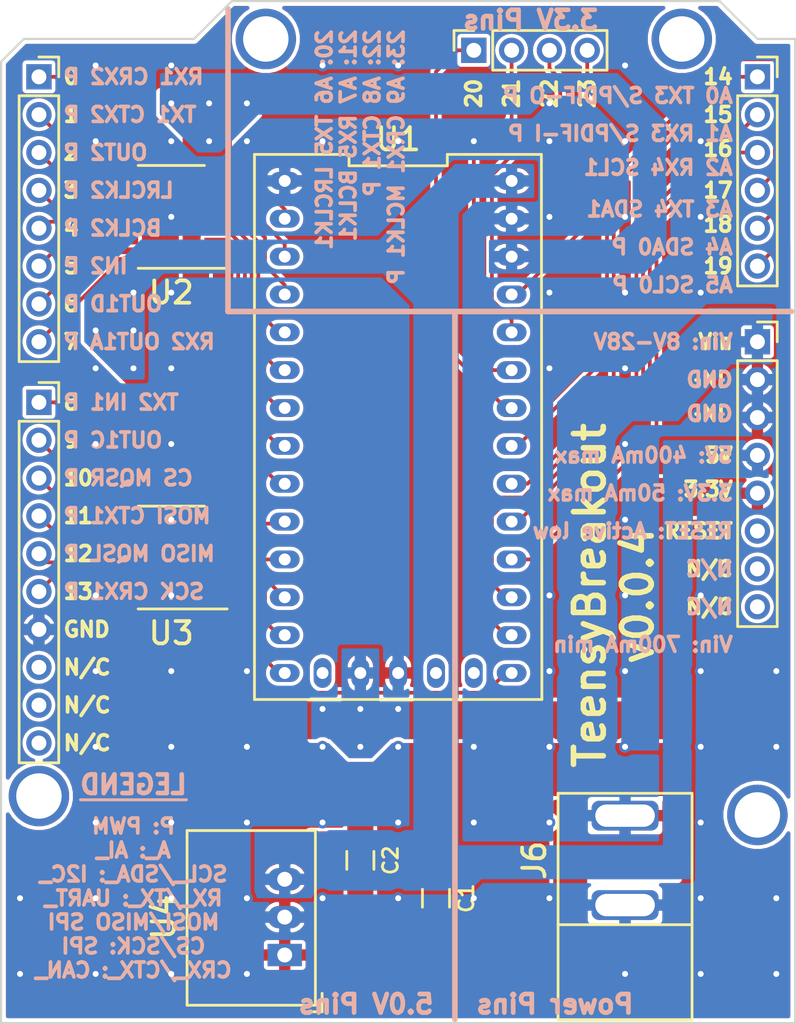
<source format=kicad_pcb>
(kicad_pcb (version 20171130) (host pcbnew "(5.1.2)-2")
  (layers (0 F.Cu signal) (31 B.Cu signal) (34 B.Paste user hide) (35 F.Paste user hide) (36 B.SilkS user) (37 F.SilkS user) (38 B.Mask user hide) (39 F.Mask user hide) (44 Edge.Cuts user))
  (net 0 "")
  (net 1 /5V)
  (net 2 /7-5.0)
  (net 3 /6-5.0)
  (net 4 /5-5.0)
  (net 5 /4-5.0)
  (net 6 /3-5.0)
  (net 7 /2-5.0)
  (net 8 /1-5.0)
  (net 9 /0-5.0)
  (net 10 /3.3V)
  (net 11 /GND)
  (net 12 /8-5.0)
  (net 13 /9-5.0)
  (net 14 /10-5.0)
  (net 15 /11-5.0)
  (net 16 /12-5.0)
  (net 17 /13-5.0)
  (net 18 /11-3.3)
  (net 19 /12-3.3)
  (net 20 /10-3.3)
  (net 21 /13-3.3)
  (net 22 /9-3.3)
  (net 23 /14-3.3)
  (net 24 /8-3.3)
  (net 25 /15-3.3)
  (net 26 /7-3.3)
  (net 27 /6-3.3)
  (net 28 /5-3.3)
  (net 29 /16-3.3)
  (net 30 /4-3.3)
  (net 31 /17-3.3)
  (net 32 /3-3.3)
  (net 33 /18-3.3)
  (net 34 /2-3.3)
  (net 35 /19-3.3)
  (net 36 /1-3.3)
  (net 37 /20-3.3)
  (net 38 /0-3.3)
  (net 39 /21-3.3)
  (net 40 /23-3.3)
  (net 41 /22-3.3)
  (net 42 /Vin)
  (module footprints:Hole (layer F.Cu) (at 229.87 121.412)
    (fp_text reference H4)
    (fp_text value MountingHole)
    (pad "" np_thru_hole circle (at 0 0) (size 4.064 4.064) (drill 3.048) (layers *.Cu *.Mask))
  )
  (module footprints:Hole (layer F.Cu) (at 181.61 120.142)
    (fp_text reference H3)
    (fp_text value MountingHole)
    (pad "" np_thru_hole circle (at 0 0) (size 4.064 4.064) (drill 3.048) (layers *.Cu *.Mask))
  )
  (module footprints:Hole (layer F.Cu) (at 224.79 69.342)
    (fp_text reference H2)
    (fp_text value MountingHole)
    (pad "" np_thru_hole circle (at 0 0) (size 4.064 4.064) (drill 3.048) (layers *.Cu *.Mask))
  )
  (module footprints:Hole (layer F.Cu) (at 196.85 69.342)
    (fp_text reference H1)
    (fp_text value MountingHole)
    (pad "" np_thru_hole circle (at 0 0) (size 4.064 4.064) (drill 3.048) (layers *.Cu *.Mask))
  )
  (module footprints:J3 (layer F.Cu) (at 210.82 70.104 90)
    (fp_text reference J3)
    (fp_text value "AI 6-9/DIO 20-23")
    (fp_text user 23 (at -1.778 7.62 90) (layer F.SilkS) (effects (font (thickness 0.25)) (justify right)))
    (fp_text user 22 (at -1.778 5.08 90) (layer F.SilkS) (effects (font (thickness 0.25)) (justify right)))
    (fp_text user 21 (at -1.778 2.54 90) (layer F.SilkS) (effects (font (thickness 0.25)) (justify right)))
    (fp_text user 20 (at -1.778 0 90) (layer F.SilkS) (effects (font (thickness 0.25)) (justify right)))
    (pad 4 thru_hole oval (at 0 7.62 90) (size 1.7 1.7) (drill 1) (layers *.Cu *.Mask) (net 40 /23-3.3))
    (pad 3 thru_hole oval (at 0 5.08 90) (size 1.7 1.7) (drill 1) (layers *.Cu *.Mask) (net 41 /22-3.3))
    (pad 2 thru_hole oval (at 0 2.54 90) (size 1.7 1.7) (drill 1) (layers *.Cu *.Mask) (net 39 /21-3.3))
    (pad 1 thru_hole rect (at 0 0 90) (size 1.7 1.7) (drill 1) (layers *.Cu *.Mask) (net 37 /20-3.3))
  )
  (module footprints:C_1206_3216Metric_Pad1.42x1.75mm_HandSolder (layer F.Cu) (at 208.28 127 270)
    (fp_text reference C1 (at 0 -2.032 90) (layer F.SilkS) (effects (font (thickness 0.1875))))
    (fp_text value 10uF)
    (pad 2 smd roundrect (at 1.65 0 90) (size 1.75 1.75) (layers F.Cu F.Paste F.Mask) (roundrect_rratio 0.175) (net 42 /Vin))
    (pad 1 smd roundrect (at -1.65 0 270) (size 1.75 1.75) (layers F.Cu F.Paste F.Mask) (roundrect_rratio 0.175) (net 11 /GND))
  )
  (module footprints:C_1206_3216Metric_Pad1.42x1.75mm_HandSolder (layer F.Cu) (at 203.2 124.46 270)
    (fp_text reference C2 (at 0 -2.032 90) (layer F.SilkS) (effects (font (thickness 0.1875))))
    (fp_text value 10uF)
    (pad 2 smd roundrect (at 1.65 0 90) (size 1.75 1.75) (layers F.Cu F.Paste F.Mask) (roundrect_rratio 0.175) (net 11 /GND))
    (pad 1 smd roundrect (at -1.65 0 270) (size 1.75 1.75) (layers F.Cu F.Paste F.Mask) (roundrect_rratio 0.175) (net 1 /5V))
  )
  (module footprints:J4 (layer F.Cu) (at 229.87 71.882)
    (fp_text reference J4)
    (fp_text value "AI 0-5/DIO 14-19")
    (fp_text user 15 (at -1.524 2.54) (layer F.SilkS) (effects (font (thickness 0.25)) (justify right)))
    (fp_text user "A1 RX3 S/PDIF-I P" (at -1.524 3.81) (layer B.SilkS) (effects (font (thickness 0.25)) (justify left mirror)))
    (fp_text user 17 (at -1.524 7.62) (layer F.SilkS) (effects (font (thickness 0.25)) (justify right)))
    (fp_text user "A0 TX3 S/PDIF-O P" (at -1.524 1.27) (layer B.SilkS) (effects (font (thickness 0.25)) (justify left mirror)))
    (fp_text user "A4 SDA0 P" (at -1.524 11.43) (layer B.SilkS) (effects (font (thickness 0.25)) (justify left mirror)))
    (fp_text user 18 (at -1.524 9.906) (layer F.SilkS) (effects (font (thickness 0.25)) (justify right)))
    (fp_text user 16 (at -1.524 4.826) (layer F.SilkS) (effects (font (thickness 0.25)) (justify right)))
    (fp_text user 14 (at -1.524 0) (layer F.SilkS) (effects (font (thickness 0.25)) (justify right)))
    (fp_text user "A5 SCL0 P" (at -1.524 13.97) (layer B.SilkS) (effects (font (thickness 0.25)) (justify left mirror)))
    (fp_text user 19 (at -1.524 12.7) (layer F.SilkS) (effects (font (thickness 0.25)) (justify right)))
    (fp_text user "A3 TX4 SDA1" (at -1.524 8.89) (layer B.SilkS) (effects (font (thickness 0.25)) (justify left mirror)))
    (fp_text user "A2 RX4 SCL1" (at -1.524 6.096) (layer B.SilkS) (effects (font (thickness 0.25)) (justify left mirror)))
    (pad 6 thru_hole oval (at 0 12.7) (size 1.7 1.7) (drill 1) (layers *.Cu *.Mask) (net 35 /19-3.3))
    (pad 5 thru_hole oval (at 0 10.16) (size 1.7 1.7) (drill 1) (layers *.Cu *.Mask) (net 33 /18-3.3))
    (pad 4 thru_hole oval (at 0 7.62) (size 1.7 1.7) (drill 1) (layers *.Cu *.Mask) (net 31 /17-3.3))
    (pad 3 thru_hole oval (at 0 5.08) (size 1.7 1.7) (drill 1) (layers *.Cu *.Mask) (net 29 /16-3.3))
    (pad 2 thru_hole oval (at 0 2.54) (size 1.7 1.7) (drill 1) (layers *.Cu *.Mask) (net 25 /15-3.3))
    (pad 1 thru_hole rect (at 0 0) (size 1.7 1.7) (drill 1) (layers *.Cu *.Mask) (net 23 /14-3.3))
  )
  (module footprints:J2 (layer F.Cu) (at 181.61 93.726)
    (fp_text reference J2)
    (fp_text value "DIO 8-13, GND, NC x 3")
    (fp_text user N/C (at 1.524 22.86) (layer F.SilkS) (effects (font (thickness 0.25)) (justify left)))
    (fp_text user N/C (at 1.524 20.32) (layer F.SilkS) (effects (font (thickness 0.25)) (justify left)))
    (fp_text user 12 (at 1.524 10.16) (layer F.SilkS) (effects (font (thickness 0.25)) (justify left)))
    (fp_text user "MOSI CTX1 P" (at 1.524 7.62) (layer B.SilkS) (effects (font (thickness 0.25)) (justify right mirror)))
    (fp_text user "MISO MQSL P" (at 1.524 10.16) (layer B.SilkS) (effects (font (thickness 0.25)) (justify right mirror)))
    (fp_text user "SCK CRX1 P" (at 1.524 12.7) (layer B.SilkS) (effects (font (thickness 0.25)) (justify right mirror)))
    (fp_text user "OUT1C P" (at 1.524 2.54) (layer B.SilkS) (effects (font (thickness 0.25)) (justify right mirror)))
    (fp_text user GND (at 1.524 15.24) (layer F.SilkS) (effects (font (thickness 0.25)) (justify left)))
    (fp_text user N/C (at 1.524 17.78) (layer F.SilkS) (effects (font (thickness 0.25)) (justify left)))
    (fp_text user "CS MQSR P" (at 1.524 5.08) (layer B.SilkS) (effects (font (thickness 0.25)) (justify right mirror)))
    (fp_text user 8 (at 1.524 0) (layer F.SilkS) (effects (font (thickness 0.25)) (justify left)))
    (fp_text user 11 (at 1.524 7.62) (layer F.SilkS) (effects (font (thickness 0.25)) (justify left)))
    (fp_text user 13 (at 1.524 12.7) (layer F.SilkS) (effects (font (thickness 0.25)) (justify left)))
    (fp_text user 10 (at 1.524 5.08) (layer F.SilkS) (effects (font (thickness 0.25)) (justify left)))
    (fp_text user "TX2 IN1 P" (at 1.524 0) (layer B.SilkS) (effects (font (thickness 0.25)) (justify right mirror)))
    (fp_text user 9 (at 1.524 2.54) (layer F.SilkS) (effects (font (thickness 0.25)) (justify left)))
    (pad 10 thru_hole oval (at 0 22.86) (size 1.7 1.7) (drill 1) (layers *.Cu *.Mask))
    (pad 9 thru_hole oval (at 0 20.32) (size 1.7 1.7) (drill 1) (layers *.Cu *.Mask))
    (pad 8 thru_hole oval (at 0 17.78) (size 1.7 1.7) (drill 1) (layers *.Cu *.Mask))
    (pad 7 thru_hole oval (at 0 15.24) (size 1.7 1.7) (drill 1) (layers *.Cu *.Mask) (net 11 /GND))
    (pad 6 thru_hole oval (at 0 12.7) (size 1.7 1.7) (drill 1) (layers *.Cu *.Mask) (net 17 /13-5.0))
    (pad 5 thru_hole oval (at 0 10.16) (size 1.7 1.7) (drill 1) (layers *.Cu *.Mask) (net 16 /12-5.0))
    (pad 4 thru_hole oval (at 0 7.62) (size 1.7 1.7) (drill 1) (layers *.Cu *.Mask) (net 15 /11-5.0))
    (pad 3 thru_hole oval (at 0 5.08) (size 1.7 1.7) (drill 1) (layers *.Cu *.Mask) (net 14 /10-5.0))
    (pad 2 thru_hole oval (at 0 2.54) (size 1.7 1.7) (drill 1) (layers *.Cu *.Mask) (net 13 /9-5.0))
    (pad 1 thru_hole rect (at 0 0) (size 1.7 1.7) (drill 1) (layers *.Cu *.Mask) (net 12 /8-5.0))
  )
  (module footprints:J5 (layer F.Cu) (at 229.87 89.662)
    (fp_text reference J5)
    (fp_text value PWR)
    (fp_text user "Vin: 700mA min" (at -1.524 20.32) (layer B.SilkS) (effects (font (thickness 0.25)) (justify left mirror)))
    (fp_text user N/C (at -1.524 17.78) (layer B.SilkS) (effects (font (thickness 0.25)) (justify left mirror)))
    (fp_text user N/C (at -1.524 15.24) (layer B.SilkS) (effects (font (thickness 0.25)) (justify left mirror)))
    (fp_text user GND (at -1.524 2.54) (layer B.SilkS) (effects (font (thickness 0.25)) (justify left mirror)))
    (fp_text user GND (at -1.524 4.826) (layer B.SilkS) (effects (font (thickness 0.25)) (justify left mirror)))
    (fp_text user "RESET: Active low" (at -1.524 12.7) (layer B.SilkS) (effects (font (thickness 0.25)) (justify left mirror)))
    (fp_text user "3.3V: 50mA max" (at -1.524 10.16) (layer B.SilkS) (effects (font (thickness 0.25)) (justify left mirror)))
    (fp_text user "5V: 400mA max" (at -1.524 7.62) (layer B.SilkS) (effects (font (thickness 0.25)) (justify left mirror)))
    (fp_text user 3.3V (at -1.524 9.906) (layer F.SilkS) (effects (font (thickness 0.25)) (justify right)))
    (fp_text user N/C (at -1.524 17.78) (layer F.SilkS) (effects (font (thickness 0.25)) (justify right)))
    (fp_text user N/C (at -1.524 15.24) (layer F.SilkS) (effects (font (thickness 0.25)) (justify right)))
    (fp_text user RESET (at -1.524 12.7) (layer F.SilkS) (effects (font (thickness 0.25)) (justify right)))
    (fp_text user GND (at -1.524 4.826) (layer F.SilkS) (effects (font (thickness 0.25)) (justify right)))
    (fp_text user 5V (at -1.524 7.62) (layer F.SilkS) (effects (font (thickness 0.25)) (justify right)))
    (fp_text user Vin (at -1.524 0) (layer F.SilkS) (effects (font (thickness 0.25)) (justify right)))
    (fp_text user GND (at -1.524 2.54) (layer F.SilkS) (effects (font (thickness 0.25)) (justify right)))
    (fp_text user "Vin: 8V-28V" (at -1.524 0) (layer B.SilkS) (effects (font (thickness 0.25)) (justify left mirror)))
    (pad 8 thru_hole oval (at 0 17.78) (size 1.7 1.7) (drill 1) (layers *.Cu *.Mask))
    (pad 7 thru_hole oval (at 0 15.24) (size 1.7 1.7) (drill 1) (layers *.Cu *.Mask))
    (pad 6 thru_hole oval (at 0 12.7) (size 1.7 1.7) (drill 1) (layers *.Cu *.Mask))
    (pad 5 thru_hole oval (at 0 10.16) (size 1.7 1.7) (drill 1) (layers *.Cu *.Mask) (net 10 /3.3V))
    (pad 4 thru_hole oval (at 0 7.62) (size 1.7 1.7) (drill 1) (layers *.Cu *.Mask) (net 1 /5V))
    (pad 3 thru_hole oval (at 0 5.08) (size 1.7 1.7) (drill 1) (layers *.Cu *.Mask) (net 11 /GND))
    (pad 2 thru_hole oval (at 0 2.54) (size 1.7 1.7) (drill 1) (layers *.Cu *.Mask) (net 11 /GND))
    (pad 1 thru_hole rect (at 0 0) (size 1.7 1.7) (drill 1) (layers *.Cu *.Mask) (net 42 /Vin))
  )
  (module footprints:J1 (layer F.Cu) (at 181.61 71.882)
    (fp_text reference J1)
    (fp_text value "DIO 0-7")
    (fp_text user "RX2 OUT1A P" (at 1.524 17.78) (layer B.SilkS) (effects (font (thickness 0.25)) (justify right mirror)))
    (fp_text user "OUT1D P" (at 1.524 15.24) (layer B.SilkS) (effects (font (thickness 0.25)) (justify right mirror)))
    (fp_text user "IN2 P" (at 1.524 12.7) (layer B.SilkS) (effects (font (thickness 0.25)) (justify right mirror)))
    (fp_text user "BCLK2 P" (at 1.524 10.16) (layer B.SilkS) (effects (font (thickness 0.25)) (justify right mirror)))
    (fp_text user "LRCLK2 P" (at 1.524 7.62) (layer B.SilkS) (effects (font (thickness 0.25)) (justify right mirror)))
    (fp_text user "OUT2 P" (at 1.524 5.08) (layer B.SilkS) (effects (font (thickness 0.25)) (justify right mirror)))
    (fp_text user 4 (at 1.524 10.16) (layer F.SilkS) (effects (font (thickness 0.25)) (justify left)))
    (fp_text user 7 (at 1.524 17.78) (layer F.SilkS) (effects (font (thickness 0.25)) (justify left)))
    (fp_text user 6 (at 1.524 15.24) (layer F.SilkS) (effects (font (thickness 0.25)) (justify left)))
    (fp_text user 5 (at 1.524 12.7) (layer F.SilkS) (effects (font (thickness 0.25)) (justify left)))
    (fp_text user 2 (at 1.524 5.08) (layer F.SilkS) (effects (font (thickness 0.25)) (justify left)))
    (fp_text user 3 (at 1.524 7.62) (layer F.SilkS) (effects (font (thickness 0.25)) (justify left)))
    (fp_text user 0 (at 1.524 0) (layer F.SilkS) (effects (font (thickness 0.25)) (justify left)))
    (fp_text user 1 (at 1.524 2.54) (layer F.SilkS) (effects (font (thickness 0.25)) (justify left)))
    (fp_text user "TX1 CTX2 P" (at 1.524 2.54) (layer B.SilkS) (effects (font (thickness 0.25)) (justify right mirror)))
    (fp_text user "RX1 CRX2 P" (at 1.524 0) (layer B.SilkS) (effects (font (thickness 0.25)) (justify right mirror)))
    (pad 8 thru_hole oval (at 0 17.78) (size 1.7 1.7) (drill 1) (layers *.Cu *.Mask) (net 2 /7-5.0))
    (pad 7 thru_hole oval (at 0 15.24) (size 1.7 1.7) (drill 1) (layers *.Cu *.Mask) (net 3 /6-5.0))
    (pad 6 thru_hole oval (at 0 12.7) (size 1.7 1.7) (drill 1) (layers *.Cu *.Mask) (net 4 /5-5.0))
    (pad 5 thru_hole oval (at 0 10.16) (size 1.7 1.7) (drill 1) (layers *.Cu *.Mask) (net 5 /4-5.0))
    (pad 4 thru_hole oval (at 0 7.62) (size 1.7 1.7) (drill 1) (layers *.Cu *.Mask) (net 6 /3-5.0))
    (pad 3 thru_hole oval (at 0 5.08) (size 1.7 1.7) (drill 1) (layers *.Cu *.Mask) (net 7 /2-5.0))
    (pad 2 thru_hole oval (at 0 2.54) (size 1.7 1.7) (drill 1) (layers *.Cu *.Mask) (net 8 /1-5.0))
    (pad 1 thru_hole rect (at 0 0) (size 1.7 1.7) (drill 1) (layers *.Cu *.Mask) (net 9 /0-5.0))
  )
  (module footprints:Converter_DCDC_RECOM_R-78E-1.0_THT (layer F.Cu) (at 198.12 130.81 90)
    (fp_text reference U4 (at 2.54 -8.128 90) (layer F.SilkS) (effects (font (size 1.5 1.5) (thickness 0.25))))
    (fp_text value R-78E5.0-1.0)
    (pad 3 thru_hole oval (at 5.08 0 90) (size 1.5 2.3) (drill 1) (layers *.Cu *.Mask) (net 1 /5V))
    (pad 2 thru_hole oval (at 2.54 0 90) (size 1.5 2.3) (drill 1) (layers *.Cu *.Mask) (net 11 /GND))
    (pad 1 thru_hole rect (at 0 0 90) (size 1.5 2.3) (drill 1) (layers *.Cu *.Mask) (net 42 /Vin))
  )
  (module footprints:TSSOP-20_4.4x6.5mm_P0.65mm (layer F.Cu) (at 190.5 104.14 180)
    (fp_text reference U3 (at 0 -5.08) (layer F.SilkS) (effects (font (size 1.5 1.5) (thickness 0.25))))
    (fp_text value TXB0108PWR)
    (pad 20 smd rect (at 2.95 -2.925 180) (size 1.45 0.45) (layers F.Cu F.Paste F.Mask))
    (pad 19 smd rect (at 2.95 -2.275 180) (size 1.45 0.45) (layers F.Cu F.Paste F.Mask) (net 1 /5V))
    (pad 18 smd rect (at 2.95 -1.625 180) (size 1.45 0.45) (layers F.Cu F.Paste F.Mask))
    (pad 17 smd rect (at 2.95 -0.975 180) (size 1.45 0.45) (layers F.Cu F.Paste F.Mask) (net 17 /13-5.0))
    (pad 16 smd rect (at 2.95 -0.325 180) (size 1.45 0.45) (layers F.Cu F.Paste F.Mask) (net 16 /12-5.0))
    (pad 15 smd rect (at 2.95 0.325 180) (size 1.45 0.45) (layers F.Cu F.Paste F.Mask) (net 15 /11-5.0))
    (pad 14 smd rect (at 2.95 0.975 180) (size 1.45 0.45) (layers F.Cu F.Paste F.Mask) (net 14 /10-5.0))
    (pad 13 smd rect (at 2.95 1.625 180) (size 1.45 0.45) (layers F.Cu F.Paste F.Mask) (net 13 /9-5.0))
    (pad 12 smd rect (at 2.95 2.275 180) (size 1.45 0.45) (layers F.Cu F.Paste F.Mask) (net 12 /8-5.0))
    (pad 11 smd rect (at 2.95 2.925 180) (size 1.45 0.45) (layers F.Cu F.Paste F.Mask) (net 11 /GND))
    (pad 10 smd rect (at -2.95 2.925 180) (size 1.45 0.45) (layers F.Cu F.Paste F.Mask) (net 10 /3.3V))
    (pad 9 smd rect (at -2.95 2.275 180) (size 1.45 0.45) (layers F.Cu F.Paste F.Mask) (net 24 /8-3.3))
    (pad 8 smd rect (at -2.95 1.625 180) (size 1.45 0.45) (layers F.Cu F.Paste F.Mask) (net 22 /9-3.3))
    (pad 7 smd rect (at -2.95 0.975 180) (size 1.45 0.45) (layers F.Cu F.Paste F.Mask) (net 20 /10-3.3))
    (pad 6 smd rect (at -2.95 0.325 180) (size 1.45 0.45) (layers F.Cu F.Paste F.Mask) (net 18 /11-3.3))
    (pad 5 smd rect (at -2.95 -0.325 180) (size 1.45 0.45) (layers F.Cu F.Paste F.Mask) (net 19 /12-3.3))
    (pad 4 smd rect (at -2.95 -0.975 180) (size 1.45 0.45) (layers F.Cu F.Paste F.Mask) (net 21 /13-3.3))
    (pad 3 smd rect (at -2.95 -1.625 180) (size 1.45 0.45) (layers F.Cu F.Paste F.Mask))
    (pad 2 smd rect (at -2.95 -2.275 180) (size 1.45 0.45) (layers F.Cu F.Paste F.Mask) (net 10 /3.3V))
    (pad 1 smd rect (at -2.95 -2.925 180) (size 1.45 0.45) (layers F.Cu F.Paste F.Mask))
  )
  (module footprints:TSSOP-20_4.4x6.5mm_P0.65mm (layer F.Cu) (at 190.5 81.28 180)
    (fp_text reference U2 (at 0 -5.08) (layer F.SilkS) (effects (font (size 1.5 1.5) (thickness 0.25))))
    (fp_text value TXB0108PWR)
    (pad 20 smd rect (at 2.95 -2.925 180) (size 1.45 0.45) (layers F.Cu F.Paste F.Mask) (net 2 /7-5.0))
    (pad 19 smd rect (at 2.95 -2.275 180) (size 1.45 0.45) (layers F.Cu F.Paste F.Mask) (net 1 /5V))
    (pad 18 smd rect (at 2.95 -1.625 180) (size 1.45 0.45) (layers F.Cu F.Paste F.Mask) (net 3 /6-5.0))
    (pad 17 smd rect (at 2.95 -0.975 180) (size 1.45 0.45) (layers F.Cu F.Paste F.Mask) (net 4 /5-5.0))
    (pad 16 smd rect (at 2.95 -0.325 180) (size 1.45 0.45) (layers F.Cu F.Paste F.Mask) (net 5 /4-5.0))
    (pad 15 smd rect (at 2.95 0.325 180) (size 1.45 0.45) (layers F.Cu F.Paste F.Mask) (net 6 /3-5.0))
    (pad 14 smd rect (at 2.95 0.975 180) (size 1.45 0.45) (layers F.Cu F.Paste F.Mask) (net 7 /2-5.0))
    (pad 13 smd rect (at 2.95 1.625 180) (size 1.45 0.45) (layers F.Cu F.Paste F.Mask) (net 8 /1-5.0))
    (pad 12 smd rect (at 2.95 2.275 180) (size 1.45 0.45) (layers F.Cu F.Paste F.Mask) (net 9 /0-5.0))
    (pad 11 smd rect (at 2.95 2.925 180) (size 1.45 0.45) (layers F.Cu F.Paste F.Mask) (net 11 /GND))
    (pad 10 smd rect (at -2.95 2.925 180) (size 1.45 0.45) (layers F.Cu F.Paste F.Mask) (net 10 /3.3V))
    (pad 9 smd rect (at -2.95 2.275 180) (size 1.45 0.45) (layers F.Cu F.Paste F.Mask) (net 38 /0-3.3))
    (pad 8 smd rect (at -2.95 1.625 180) (size 1.45 0.45) (layers F.Cu F.Paste F.Mask) (net 36 /1-3.3))
    (pad 7 smd rect (at -2.95 0.975 180) (size 1.45 0.45) (layers F.Cu F.Paste F.Mask) (net 34 /2-3.3))
    (pad 6 smd rect (at -2.95 0.325 180) (size 1.45 0.45) (layers F.Cu F.Paste F.Mask) (net 32 /3-3.3))
    (pad 5 smd rect (at -2.95 -0.325 180) (size 1.45 0.45) (layers F.Cu F.Paste F.Mask) (net 30 /4-3.3))
    (pad 4 smd rect (at -2.95 -0.975 180) (size 1.45 0.45) (layers F.Cu F.Paste F.Mask) (net 28 /5-3.3))
    (pad 3 smd rect (at -2.95 -1.625 180) (size 1.45 0.45) (layers F.Cu F.Paste F.Mask) (net 27 /6-3.3))
    (pad 2 smd rect (at -2.95 -2.275 180) (size 1.45 0.45) (layers F.Cu F.Paste F.Mask) (net 10 /3.3V))
    (pad 1 smd rect (at -2.95 -2.925 180) (size 1.45 0.45) (layers F.Cu F.Paste F.Mask) (net 26 /7-3.3))
  )
  (module footprints:PJ-037A (layer F.Cu) (at 220.98 124.46 90)
    (fp_text reference J6 (at 0 -6.096 90) (layer F.SilkS) (effects (font (size 1.5 1.5) (thickness 0.25))))
    (fp_text value Barrel_Jack)
    (pad 1 thru_hole roundrect (at 3 0 90) (size 2 4.5) (drill oval 1.5 4) (layers *.Cu *.Mask) (net 42 /Vin))
    (pad 2 thru_hole roundrect (at -3 0 90) (size 2 4.5) (drill oval 1.5 4) (layers *.Cu *.Mask) (net 11 /GND))
  )
  (module footprints:Teensy4.0 (layer F.Cu) (at 205.74 94.107 270)
    (fp_text reference U1 (at -18.034 0) (layer F.SilkS) (effects (font (size 1.5 1.5) (thickness 0.25))))
    (fp_text value Teensy4.0)
    (pad 20 thru_hole oval (at 17.78 -7.62 270) (size 1.2 2) (drill 0.8) (layers *.Cu *.Mask) (net 21 /13-3.3))
    (pad 14 thru_hole oval (at 17.78 7.62 270) (size 1.2 2) (drill 0.8) (layers *.Cu *.Mask) (net 19 /12-3.3))
    (pad 19 thru_hole oval (at 17.78 -5.08) (size 1.2 2) (drill 0.8) (layers *.Cu *.Mask))
    (pad 18 thru_hole oval (at 17.78 -2.54) (size 1.2 2) (drill 0.8) (layers *.Cu *.Mask))
    (pad 17 thru_hole oval (at 17.78 0) (size 1.2 2) (drill 0.8) (layers *.Cu *.Mask) (net 11 /GND))
    (pad 16 thru_hole oval (at 17.78 2.54) (size 1.2 2) (drill 0.8) (layers *.Cu *.Mask) (net 10 /3.3V))
    (pad 15 thru_hole oval (at 17.78 5.08) (size 1.2 2) (drill 0.8) (layers *.Cu *.Mask))
    (pad 13 thru_hole oval (at 15.24 7.62 270) (size 1.2 2) (drill 0.8) (layers *.Cu *.Mask) (net 18 /11-3.3))
    (pad 21 thru_hole oval (at 15.24 -7.62 270) (size 1.2 2) (drill 0.8) (layers *.Cu *.Mask) (net 23 /14-3.3))
    (pad 12 thru_hole oval (at 12.7 7.62 270) (size 1.2 2) (drill 0.8) (layers *.Cu *.Mask) (net 20 /10-3.3))
    (pad 22 thru_hole oval (at 12.7 -7.62 270) (size 1.2 2) (drill 0.8) (layers *.Cu *.Mask) (net 25 /15-3.3))
    (pad 11 thru_hole oval (at 10.16 7.62 270) (size 1.2 2) (drill 0.8) (layers *.Cu *.Mask) (net 22 /9-3.3))
    (pad 23 thru_hole oval (at 10.16 -7.62 270) (size 1.2 2) (drill 0.8) (layers *.Cu *.Mask) (net 29 /16-3.3))
    (pad 10 thru_hole oval (at 7.62 7.62 270) (size 1.2 2) (drill 0.8) (layers *.Cu *.Mask) (net 24 /8-3.3))
    (pad 24 thru_hole oval (at 7.62 -7.62 270) (size 1.2 2) (drill 0.8) (layers *.Cu *.Mask) (net 31 /17-3.3))
    (pad 9 thru_hole oval (at 5.08 7.62 270) (size 1.2 2) (drill 0.8) (layers *.Cu *.Mask) (net 26 /7-3.3))
    (pad 25 thru_hole oval (at 5.08 -7.62 270) (size 1.2 2) (drill 0.8) (layers *.Cu *.Mask) (net 33 /18-3.3))
    (pad 8 thru_hole oval (at 2.54 7.62 270) (size 1.2 2) (drill 0.8) (layers *.Cu *.Mask) (net 27 /6-3.3))
    (pad 26 thru_hole oval (at 2.54 -7.62 270) (size 1.2 2) (drill 0.8) (layers *.Cu *.Mask) (net 35 /19-3.3))
    (pad 7 thru_hole oval (at 0 7.62 270) (size 1.2 2) (drill 0.8) (layers *.Cu *.Mask) (net 28 /5-3.3))
    (pad 27 thru_hole oval (at 0 -7.62 270) (size 1.2 2) (drill 0.8) (layers *.Cu *.Mask) (net 37 /20-3.3))
    (pad 6 thru_hole oval (at -2.54 7.62 270) (size 1.2 2) (drill 0.8) (layers *.Cu *.Mask) (net 30 /4-3.3))
    (pad 28 thru_hole oval (at -2.54 -7.62 270) (size 1.2 2) (drill 0.8) (layers *.Cu *.Mask) (net 39 /21-3.3))
    (pad 5 thru_hole oval (at -5.08 7.62 270) (size 1.2 2) (drill 0.8) (layers *.Cu *.Mask) (net 32 /3-3.3))
    (pad 29 thru_hole oval (at -5.08 -7.62 270) (size 1.2 2) (drill 0.8) (layers *.Cu *.Mask) (net 41 /22-3.3))
    (pad 4 thru_hole oval (at -7.62 7.62 270) (size 1.2 2) (drill 0.8) (layers *.Cu *.Mask) (net 34 /2-3.3))
    (pad 30 thru_hole oval (at -7.62 -7.62 270) (size 1.2 2) (drill 0.8) (layers *.Cu *.Mask) (net 40 /23-3.3))
    (pad 3 thru_hole oval (at -10.16 7.62 270) (size 1.2 2) (drill 0.8) (layers *.Cu *.Mask) (net 36 /1-3.3))
    (pad 31 thru_hole oval (at -10.16 -7.62 270) (size 1.2 2) (drill 0.8) (layers *.Cu *.Mask) (net 10 /3.3V))
    (pad 2 thru_hole oval (at -12.7 7.62 270) (size 1.2 2) (drill 0.8) (layers *.Cu *.Mask) (net 38 /0-3.3))
    (pad 32 thru_hole oval (at -12.7 -7.62 270) (size 1.2 2) (drill 0.8) (layers *.Cu *.Mask) (net 11 /GND))
    (pad 1 thru_hole oval (at -15.24 7.62 270) (size 1.2 2) (drill 0.8) (layers *.Cu *.Mask) (net 11 /GND))
    (pad 33 thru_hole oval (at -15.24 -7.62 270) (size 1.2 2) (drill 0.8) (layers *.Cu *.Mask) (net 1 /5V))
  )
  (gr_line (start 191.516 120.396) (end 184.404 120.396) (layer B.SilkS) (width 0.2))
  (gr_text LEGEND (at 187.96 119.38) (layer B.SilkS) (effects (font (size 1.25 1.25) (thickness 0.3125)) (justify mirror)))
  (gr_line (start 209.55 87.63) (end 194.31 87.63) (layer B.SilkS) (width 0.375))
  (gr_text "20: A6 TX5 LRCLK1\n21: A7 RX5 BCLK1\n22: A8 CTX1 P\n23: A9 CRX1 MCLK1 P" (at 203.2 68.58 90) (layer B.SilkS) (effects (font (size 1 1) (thickness 0.25)) (justify left mirror)))
  (gr_text "Power Pins" (at 210.82 134.112) (layer B.SilkS) (effects (font (size 1.25 1.25) (thickness 0.3125)) (justify right mirror)))
  (gr_line (start 209.55 87.63) (end 209.55 135.128) (layer B.SilkS) (width 0.375))
  (gr_text "5.0V Pins" (at 208.28 134.112) (layer B.SilkS) (effects (font (size 1.25 1.25) (thickness 0.3125)) (justify left mirror)))
  (gr_text "3.3V Pins" (at 214.63 68.072) (layer B.SilkS) (effects (font (size 1.25 1.25) (thickness 0.3125)) (justify mirror)))
  (gr_line (start 232.156 87.63) (end 209.55 87.63) (layer B.SilkS) (width 0.375))
  (gr_line (start 194.31 67.31) (end 194.31 87.63) (layer B.SilkS) (width 0.375))
  (gr_text "P: PWM\nA_: AI_\nSCL_/SDA_: I2C_\nRX_/TX_: UART_\nMOSI/MISO SPI\nCS/SCK: SPI\nCRX_/CTX_: CAN_\n" (at 187.96 127) (layer B.SilkS) (effects (font (size 1 1) (thickness 0.25)) (justify mirror)))
  (gr_text "TeensyBreakout\nv0.0.4" (at 220.218 106.68 90) (layer F.SilkS) (effects (font (size 2 2) (thickness 0.375))))
  (gr_line (start 180.594 69.342) (end 179.07 70.866) (angle 90) (layer Edge.Cuts) (width 0.15))
  (gr_line (start 229.87 69.342) (end 227.33 66.802) (angle 90) (layer Edge.Cuts) (width 0.15))
  (gr_line (start 194.564 66.802) (end 192.024 69.342) (angle 90) (layer Edge.Cuts) (width 0.15))
  (gr_line (start 179.07 70.866) (end 179.07 135.382) (angle 90) (layer Edge.Cuts) (width 0.15))
  (gr_line (start 179.07 135.382) (end 232.41 135.382) (angle 90) (layer Edge.Cuts) (width 0.15))
  (gr_line (start 192.024 69.342) (end 180.594 69.342) (angle 90) (layer Edge.Cuts) (width 0.15))
  (gr_line (start 227.33 66.802) (end 194.564 66.802) (angle 90) (layer Edge.Cuts) (width 0.15))
  (gr_line (start 232.41 135.382) (end 232.41 69.342) (angle 90) (layer Edge.Cuts) (width 0.15))
  (gr_line (start 232.41 69.342) (end 229.87 69.342) (angle 90) (layer Edge.Cuts) (width 0.15))
  (via (at 187.96 86.36) (size 0.8) (drill 0.4) (layers F.Cu B.Cu) (net 1))
  (via (at 187.96 88.9) (size 0.8) (drill 0.4) (layers F.Cu B.Cu) (net 1))
  (via (at 187.96 91.44) (size 0.8) (drill 0.4) (layers F.Cu B.Cu) (net 1))
  (via (at 185.42 88.9) (size 0.8) (drill 0.4) (layers F.Cu B.Cu) (net 1))
  (segment (start 188.359999 85.960001) (end 187.96 86.36) (width 0.375) (layer F.Cu) (net 1))
  (segment (start 188.662501 85.657499) (end 188.359999 85.960001) (width 0.375) (layer F.Cu) (net 1))
  (segment (start 188.662501 83.567501) (end 188.662501 85.657499) (width 0.375) (layer F.Cu) (net 1))
  (segment (start 188.65 83.555) (end 188.662501 83.567501) (width 0.375) (layer F.Cu) (net 1))
  (segment (start 187.55 83.555) (end 188.65 83.555) (width 0.375) (layer F.Cu) (net 1))
  (segment (start 188.359999 91.839999) (end 187.96 91.44) (width 0.375) (layer F.Cu) (net 1))
  (segment (start 188.662501 92.142501) (end 188.359999 91.839999) (width 0.375) (layer F.Cu) (net 1))
  (segment (start 188.662501 106.300001) (end 188.662501 92.142501) (width 0.375) (layer F.Cu) (net 1))
  (segment (start 188.547502 106.415) (end 188.662501 106.300001) (width 0.375) (layer F.Cu) (net 1))
  (segment (start 187.55 106.415) (end 188.547502 106.415) (width 0.375) (layer F.Cu) (net 1))
  (segment (start 188.662501 85.657499) (end 188.662501 92.142501) (width 0.375) (layer F.Cu) (net 1))
  (segment (start 198.12 124.605) (end 198.12 125.73) (width 0.625) (layer F.Cu) (net 1))
  (segment (start 202.225 122.81) (end 203.2 122.81) (width 0.625) (layer F.Cu) (net 1))
  (segment (start 202.202499 122.832501) (end 202.225 122.81) (width 0.625) (layer F.Cu) (net 1))
  (segment (start 199.892499 122.832501) (end 202.202499 122.832501) (width 0.625) (layer F.Cu) (net 1))
  (segment (start 198.12 124.605) (end 199.892499 122.832501) (width 0.625) (layer F.Cu) (net 1))
  (segment (start 181.61 89.645) (end 181.61 89.662) (width 0.25) (layer F.Cu) (net 2))
  (segment (start 187.05 84.205) (end 181.61 89.645) (width 0.25) (layer F.Cu) (net 2))
  (segment (start 187.55 84.205) (end 187.05 84.205) (width 0.25) (layer F.Cu) (net 2))
  (segment (start 185.827 82.905) (end 181.61 87.122) (width 0.25) (layer F.Cu) (net 3))
  (segment (start 187.55 82.905) (end 185.827 82.905) (width 0.25) (layer F.Cu) (net 3))
  (segment (start 183.937 82.255) (end 181.61 84.582) (width 0.25) (layer F.Cu) (net 4))
  (segment (start 187.55 82.255) (end 183.937 82.255) (width 0.25) (layer F.Cu) (net 4))
  (segment (start 182.047 81.605) (end 181.61 82.042) (width 0.25) (layer F.Cu) (net 5))
  (segment (start 187.55 81.605) (end 182.047 81.605) (width 0.25) (layer F.Cu) (net 5))
  (segment (start 183.063 80.955) (end 181.61 79.502) (width 0.25) (layer F.Cu) (net 6))
  (segment (start 187.55 80.955) (end 183.063 80.955) (width 0.25) (layer F.Cu) (net 6))
  (segment (start 184.953 80.305) (end 181.61 76.962) (width 0.25) (layer F.Cu) (net 7))
  (segment (start 187.55 80.305) (end 184.953 80.305) (width 0.25) (layer F.Cu) (net 7))
  (segment (start 182.459999 75.271999) (end 181.61 74.422) (width 0.25) (layer F.Cu) (net 8))
  (segment (start 182.459999 75.539999) (end 182.459999 75.271999) (width 0.25) (layer F.Cu) (net 8))
  (segment (start 186.575 79.655) (end 182.459999 75.539999) (width 0.25) (layer F.Cu) (net 8))
  (segment (start 187.55 79.655) (end 186.575 79.655) (width 0.25) (layer F.Cu) (net 8))
  (segment (start 182.71 71.882) (end 181.61 71.882) (width 0.25) (layer F.Cu) (net 9))
  (segment (start 182.910009 72.082009) (end 182.71 71.882) (width 0.25) (layer F.Cu) (net 9))
  (segment (start 182.910009 75.340009) (end 182.910009 72.082009) (width 0.25) (layer F.Cu) (net 9))
  (segment (start 186.575 79.005) (end 182.910009 75.340009) (width 0.25) (layer F.Cu) (net 9))
  (segment (start 187.55 79.005) (end 186.575 79.005) (width 0.25) (layer F.Cu) (net 9))
  (via (at 203.2 116.84) (size 0.8) (drill 0.4) (layers F.Cu B.Cu) (net 10))
  (via (at 203.2 114.3) (size 0.8) (drill 0.4) (layers F.Cu B.Cu) (net 10))
  (via (at 200.66 114.3) (size 0.8) (drill 0.4) (layers F.Cu B.Cu) (net 10))
  (via (at 205.74 114.3) (size 0.8) (drill 0.4) (layers F.Cu B.Cu) (net 10))
  (via (at 193.04 76.2) (size 0.8) (drill 0.4) (layers F.Cu B.Cu) (net 10))
  (via (at 195.58 73.66) (size 0.8) (drill 0.4) (layers F.Cu B.Cu) (net 10))
  (via (at 190.5 73.66) (size 0.8) (drill 0.4) (layers F.Cu B.Cu) (net 10))
  (via (at 193.04 73.66) (size 0.8) (drill 0.4) (layers F.Cu B.Cu) (net 10))
  (via (at 195.58 121.92) (size 0.8) (drill 0.4) (layers F.Cu B.Cu) (net 11))
  (via (at 185.42 71.12) (size 0.8) (drill 0.4) (layers F.Cu B.Cu) (net 11))
  (via (at 190.5 71.12) (size 0.8) (drill 0.4) (layers F.Cu B.Cu) (net 11))
  (via (at 185.42 76.2) (size 0.8) (drill 0.4) (layers F.Cu B.Cu) (net 11))
  (via (at 190.5 76.2) (size 0.8) (drill 0.4) (layers F.Cu B.Cu) (net 11))
  (via (at 195.58 76.2) (size 0.8) (drill 0.4) (layers F.Cu B.Cu) (net 11))
  (via (at 200.66 76.2) (size 0.8) (drill 0.4) (layers F.Cu B.Cu) (net 11))
  (via (at 200.66 71.12) (size 0.8) (drill 0.4) (layers F.Cu B.Cu) (net 11))
  (via (at 205.74 76.2) (size 0.8) (drill 0.4) (layers F.Cu B.Cu) (net 11))
  (via (at 210.82 76.2) (size 0.8) (drill 0.4) (layers F.Cu B.Cu) (net 11))
  (via (at 190.5 81.28) (size 0.8) (drill 0.4) (layers F.Cu B.Cu) (net 11))
  (via (at 190.5 86.36) (size 0.8) (drill 0.4) (layers F.Cu B.Cu) (net 11))
  (via (at 190.5 91.44) (size 0.8) (drill 0.4) (layers F.Cu B.Cu) (net 11))
  (via (at 190.5 96.52) (size 0.8) (drill 0.4) (layers F.Cu B.Cu) (net 11))
  (via (at 190.5 101.6) (size 0.8) (drill 0.4) (layers F.Cu B.Cu) (net 11))
  (via (at 190.5 106.68) (size 0.8) (drill 0.4) (layers F.Cu B.Cu) (net 11))
  (via (at 190.5 111.76) (size 0.8) (drill 0.4) (layers F.Cu B.Cu) (net 11))
  (via (at 190.5 116.84) (size 0.8) (drill 0.4) (layers F.Cu B.Cu) (net 11))
  (via (at 185.42 116.84) (size 0.8) (drill 0.4) (layers F.Cu B.Cu) (net 11))
  (via (at 185.42 111.76) (size 0.8) (drill 0.4) (layers F.Cu B.Cu) (net 11))
  (via (at 185.42 106.68) (size 0.8) (drill 0.4) (layers F.Cu B.Cu) (net 11))
  (via (at 185.42 96.52) (size 0.8) (drill 0.4) (layers F.Cu B.Cu) (net 11))
  (via (at 185.42 91.44) (size 0.8) (drill 0.4) (layers F.Cu B.Cu) (net 11))
  (via (at 215.9 76.2) (size 0.8) (drill 0.4) (layers F.Cu B.Cu) (net 11))
  (via (at 220.98 96.52) (size 0.8) (drill 0.4) (layers F.Cu B.Cu) (net 11))
  (via (at 220.98 101.6) (size 0.8) (drill 0.4) (layers F.Cu B.Cu) (net 11))
  (via (at 226.06 106.68) (size 0.8) (drill 0.4) (layers F.Cu B.Cu) (net 11))
  (via (at 220.98 106.68) (size 0.8) (drill 0.4) (layers F.Cu B.Cu) (net 11))
  (via (at 215.9 106.68) (size 0.8) (drill 0.4) (layers F.Cu B.Cu) (net 11))
  (via (at 215.9 111.76) (size 0.8) (drill 0.4) (layers F.Cu B.Cu) (net 11))
  (via (at 220.98 111.76) (size 0.8) (drill 0.4) (layers F.Cu B.Cu) (net 11))
  (via (at 226.06 111.76) (size 0.8) (drill 0.4) (layers F.Cu B.Cu) (net 11))
  (via (at 231.14 111.76) (size 0.8) (drill 0.4) (layers F.Cu B.Cu) (net 11))
  (via (at 231.14 116.84) (size 0.8) (drill 0.4) (layers F.Cu B.Cu) (net 11))
  (via (at 226.06 116.84) (size 0.8) (drill 0.4) (layers F.Cu B.Cu) (net 11))
  (via (at 220.98 116.84) (size 0.8) (drill 0.4) (layers F.Cu B.Cu) (net 11))
  (via (at 215.9 116.84) (size 0.8) (drill 0.4) (layers F.Cu B.Cu) (net 11))
  (via (at 210.82 116.84) (size 0.8) (drill 0.4) (layers F.Cu B.Cu) (net 11))
  (via (at 205.74 116.84) (size 0.8) (drill 0.4) (layers F.Cu B.Cu) (net 11))
  (via (at 200.66 116.84) (size 0.8) (drill 0.4) (layers F.Cu B.Cu) (net 11))
  (via (at 195.58 116.84) (size 0.8) (drill 0.4) (layers F.Cu B.Cu) (net 11))
  (via (at 190.5 121.92) (size 0.8) (drill 0.4) (layers F.Cu B.Cu) (net 11))
  (via (at 226.06 121.92) (size 0.8) (drill 0.4) (layers F.Cu B.Cu) (net 11))
  (via (at 231.14 127) (size 0.8) (drill 0.4) (layers F.Cu B.Cu) (net 11))
  (via (at 231.14 132.08) (size 0.8) (drill 0.4) (layers F.Cu B.Cu) (net 11))
  (via (at 180.34 132.08) (size 0.8) (drill 0.4) (layers F.Cu B.Cu) (net 11))
  (via (at 180.34 127) (size 0.8) (drill 0.4) (layers F.Cu B.Cu) (net 11))
  (via (at 220.98 71.12) (size 0.8) (drill 0.4) (layers F.Cu B.Cu) (net 11))
  (via (at 200.66 121.92) (size 0.8) (drill 0.4) (layers F.Cu B.Cu) (net 11))
  (via (at 190.5 127) (size 0.8) (drill 0.4) (layers F.Cu B.Cu) (net 11))
  (via (at 190.5 132.08) (size 0.8) (drill 0.4) (layers F.Cu B.Cu) (net 11))
  (via (at 195.58 132.08) (size 0.8) (drill 0.4) (layers F.Cu B.Cu) (net 11))
  (via (at 195.58 127) (size 0.8) (drill 0.4) (layers F.Cu B.Cu) (net 11))
  (via (at 185.42 132.08) (size 0.8) (drill 0.4) (layers F.Cu B.Cu) (net 11))
  (via (at 185.42 127) (size 0.8) (drill 0.4) (layers F.Cu B.Cu) (net 11))
  (via (at 185.42 121.92) (size 0.8) (drill 0.4) (layers F.Cu B.Cu) (net 11))
  (via (at 226.06 127) (size 0.8) (drill 0.4) (layers F.Cu B.Cu) (net 11))
  (via (at 226.06 132.08) (size 0.8) (drill 0.4) (layers F.Cu B.Cu) (net 11))
  (via (at 220.98 132.08) (size 0.8) (drill 0.4) (layers F.Cu B.Cu) (net 11))
  (via (at 215.9 127) (size 0.8) (drill 0.4) (layers F.Cu B.Cu) (net 11))
  (via (at 215.9 121.92) (size 0.8) (drill 0.4) (layers F.Cu B.Cu) (net 11))
  (via (at 200.66 127) (size 0.8) (drill 0.4) (layers F.Cu B.Cu) (net 11))
  (via (at 215.9 73.66) (size 0.8) (drill 0.4) (layers F.Cu B.Cu) (net 11))
  (via (at 205.74 71.12) (size 0.8) (drill 0.4) (layers F.Cu B.Cu) (net 11))
  (via (at 220.98 76.2) (size 0.8) (drill 0.4) (layers F.Cu B.Cu) (net 11))
  (via (at 226.06 76.2) (size 0.8) (drill 0.4) (layers F.Cu B.Cu) (net 11))
  (via (at 226.06 81.28) (size 0.8) (drill 0.4) (layers F.Cu B.Cu) (net 11))
  (via (at 220.98 81.28) (size 0.8) (drill 0.4) (layers F.Cu B.Cu) (net 11))
  (via (at 220.98 86.36) (size 0.8) (drill 0.4) (layers F.Cu B.Cu) (net 11))
  (via (at 226.06 86.36) (size 0.8) (drill 0.4) (layers F.Cu B.Cu) (net 11))
  (via (at 215.9 86.36) (size 0.8) (drill 0.4) (layers F.Cu B.Cu) (net 11))
  (via (at 215.9 91.44) (size 0.8) (drill 0.4) (layers F.Cu B.Cu) (net 11))
  (via (at 220.98 91.44) (size 0.8) (drill 0.4) (layers F.Cu B.Cu) (net 11))
  (via (at 195.58 111.76) (size 0.8) (drill 0.4) (layers F.Cu B.Cu) (net 11))
  (via (at 205.74 127) (size 0.8) (drill 0.4) (layers F.Cu B.Cu) (net 11))
  (via (at 210.82 127) (size 0.8) (drill 0.4) (layers F.Cu B.Cu) (net 11))
  (via (at 210.82 121.92) (size 0.8) (drill 0.4) (layers F.Cu B.Cu) (net 11))
  (via (at 205.74 121.92) (size 0.8) (drill 0.4) (layers F.Cu B.Cu) (net 11))
  (via (at 215.9 81.28) (size 0.8) (drill 0.4) (layers F.Cu B.Cu) (net 11))
  (segment (start 186.575 101.865) (end 184.694999 99.984999) (width 0.25) (layer F.Cu) (net 12))
  (segment (start 187.55 101.865) (end 186.575 101.865) (width 0.25) (layer F.Cu) (net 12))
  (segment (start 182.71 93.726) (end 181.61 93.726) (width 0.25) (layer F.Cu) (net 12))
  (segment (start 184.694999 95.710999) (end 182.71 93.726) (width 0.25) (layer F.Cu) (net 12))
  (segment (start 184.694999 99.984999) (end 184.694999 95.710999) (width 0.25) (layer F.Cu) (net 12))
  (segment (start 187.55 102.515) (end 186.335 102.515) (width 0.25) (layer F.Cu) (net 13))
  (segment (start 186.335 102.515) (end 184.15 100.33) (width 0.25) (layer F.Cu) (net 13))
  (segment (start 184.15 98.806) (end 181.61 96.266) (width 0.25) (layer F.Cu) (net 13))
  (segment (start 184.15 100.33) (end 184.15 98.806) (width 0.25) (layer F.Cu) (net 13))
  (segment (start 185.969 103.165) (end 181.61 98.806) (width 0.25) (layer F.Cu) (net 14))
  (segment (start 187.55 103.165) (end 185.969 103.165) (width 0.25) (layer F.Cu) (net 14))
  (segment (start 184.079 103.815) (end 181.61 101.346) (width 0.25) (layer F.Cu) (net 15))
  (segment (start 187.55 103.815) (end 184.079 103.815) (width 0.25) (layer F.Cu) (net 15))
  (segment (start 182.189 104.465) (end 181.61 103.886) (width 0.25) (layer F.Cu) (net 16))
  (segment (start 187.55 104.465) (end 182.189 104.465) (width 0.25) (layer F.Cu) (net 16))
  (segment (start 182.921 105.115) (end 181.61 106.426) (width 0.25) (layer F.Cu) (net 17))
  (segment (start 187.55 105.115) (end 182.921 105.115) (width 0.25) (layer F.Cu) (net 17))
  (segment (start 197.72 109.347) (end 198.12 109.347) (width 0.25) (layer F.Cu) (net 18))
  (segment (start 196.79499 108.42199) (end 197.72 109.347) (width 0.25) (layer F.Cu) (net 18))
  (segment (start 196.79499 106.18499) (end 196.79499 108.42199) (width 0.25) (layer F.Cu) (net 18))
  (segment (start 194.425 103.815) (end 196.79499 106.18499) (width 0.25) (layer F.Cu) (net 18))
  (segment (start 193.45 103.815) (end 194.425 103.815) (width 0.25) (layer F.Cu) (net 18))
  (segment (start 197.72 111.887) (end 198.12 111.887) (width 0.25) (layer F.Cu) (net 19))
  (segment (start 196.34498 110.51198) (end 197.72 111.887) (width 0.25) (layer F.Cu) (net 19))
  (segment (start 196.34498 106.474978) (end 196.34498 110.51198) (width 0.25) (layer F.Cu) (net 19))
  (segment (start 194.335002 104.465) (end 196.34498 106.474978) (width 0.25) (layer F.Cu) (net 19))
  (segment (start 193.45 104.465) (end 194.335002 104.465) (width 0.25) (layer F.Cu) (net 19))
  (segment (start 198.067 106.807) (end 198.12 106.807) (width 0.25) (layer F.Cu) (net 20))
  (segment (start 194.425 103.165) (end 198.067 106.807) (width 0.25) (layer F.Cu) (net 20))
  (segment (start 193.45 103.165) (end 194.425 103.165) (width 0.25) (layer F.Cu) (net 20))
  (segment (start 194.335002 105.115) (end 193.45 105.115) (width 0.25) (layer F.Cu) (net 21))
  (segment (start 195.89497 106.674968) (end 194.335002 105.115) (width 0.25) (layer F.Cu) (net 21))
  (segment (start 195.89497 110.69838) (end 195.89497 106.674968) (width 0.25) (layer F.Cu) (net 21))
  (segment (start 212.96 111.887) (end 211.63499 113.21201) (width 0.25) (layer F.Cu) (net 21))
  (segment (start 213.36 111.887) (end 212.96 111.887) (width 0.25) (layer F.Cu) (net 21))
  (segment (start 211.63499 113.21201) (end 197.40901 113.21201) (width 0.25) (layer F.Cu) (net 21))
  (segment (start 197.40901 113.21201) (end 196.305001 112.108001) (width 0.25) (layer F.Cu) (net 21))
  (segment (start 196.305001 112.108001) (end 196.305001 111.108411) (width 0.25) (layer F.Cu) (net 21))
  (segment (start 196.305001 111.108411) (end 195.89497 110.69838) (width 0.25) (layer F.Cu) (net 21))
  (segment (start 195.326 103.416) (end 195.326 103.42959) (width 0.25) (layer F.Cu) (net 22))
  (segment (start 193.45 102.515) (end 194.425 102.515) (width 0.25) (layer F.Cu) (net 22))
  (segment (start 194.425 102.515) (end 195.326 103.416) (width 0.25) (layer F.Cu) (net 22))
  (segment (start 196.16341 104.267) (end 198.12 104.267) (width 0.25) (layer F.Cu) (net 22))
  (segment (start 195.326 103.42959) (end 196.16341 104.267) (width 0.25) (layer F.Cu) (net 22))
  (segment (start 212.96 109.347) (end 213.36 109.347) (width 0.25) (layer F.Cu) (net 23))
  (segment (start 211.58498 107.97198) (end 212.96 109.347) (width 0.25) (layer F.Cu) (net 23))
  (segment (start 211.58498 101.157449) (end 211.58498 107.97198) (width 0.25) (layer F.Cu) (net 23))
  (segment (start 228.221408 71.882) (end 221.742 78.361408) (width 0.25) (layer F.Cu) (net 23))
  (segment (start 229.87 71.882) (end 228.221408 71.882) (width 0.25) (layer F.Cu) (net 23))
  (segment (start 221.742 92.513161) (end 214.143151 100.11201) (width 0.25) (layer F.Cu) (net 23))
  (segment (start 214.143151 100.11201) (end 212.630418 100.112011) (width 0.25) (layer F.Cu) (net 23))
  (segment (start 221.742 78.361408) (end 221.742 92.513161) (width 0.25) (layer F.Cu) (net 23))
  (segment (start 212.630418 100.112011) (end 211.58498 101.157449) (width 0.25) (layer F.Cu) (net 23))
  (segment (start 197.982 101.865) (end 198.12 101.727) (width 0.25) (layer F.Cu) (net 24))
  (segment (start 193.45 101.865) (end 197.982 101.865) (width 0.25) (layer F.Cu) (net 24))
  (segment (start 228.258001 75.271999) (end 222.19201 81.33799) (width 0.25) (layer F.Cu) (net 25))
  (segment (start 229.87 74.422) (end 229.020001 75.271999) (width 0.25) (layer F.Cu) (net 25))
  (segment (start 229.020001 75.271999) (end 228.258001 75.271999) (width 0.25) (layer F.Cu) (net 25))
  (segment (start 222.19201 81.33799) (end 222.192009 92.699562) (width 0.25) (layer F.Cu) (net 25))
  (segment (start 222.192009 92.699562) (end 214.329551 100.56202) (width 0.25) (layer F.Cu) (net 25))
  (segment (start 212.96 106.807) (end 213.36 106.807) (width 0.25) (layer F.Cu) (net 25))
  (segment (start 212.03499 105.88199) (end 212.96 106.807) (width 0.25) (layer F.Cu) (net 25))
  (segment (start 212.03499 101.343849) (end 212.03499 105.88199) (width 0.25) (layer F.Cu) (net 25))
  (segment (start 212.816819 100.56202) (end 212.03499 101.343849) (width 0.25) (layer F.Cu) (net 25))
  (segment (start 214.329551 100.56202) (end 212.816819 100.56202) (width 0.25) (layer F.Cu) (net 25))
  (segment (start 193.95 84.205) (end 194.54494 84.79994) (width 0.25) (layer F.Cu) (net 26))
  (segment (start 193.45 84.205) (end 193.95 84.205) (width 0.25) (layer F.Cu) (net 26))
  (segment (start 197.72 99.187) (end 198.12 99.187) (width 0.25) (layer F.Cu) (net 26))
  (segment (start 194.54494 96.01194) (end 197.72 99.187) (width 0.25) (layer F.Cu) (net 26))
  (segment (start 194.54494 84.79994) (end 194.54494 96.01194) (width 0.25) (layer F.Cu) (net 26))
  (segment (start 197.72 96.647) (end 198.12 96.647) (width 0.25) (layer F.Cu) (net 27))
  (segment (start 194.99495 93.92195) (end 197.72 96.647) (width 0.25) (layer F.Cu) (net 27))
  (segment (start 194.99495 83.564948) (end 194.99495 93.92195) (width 0.25) (layer F.Cu) (net 27))
  (segment (start 194.335002 82.905) (end 194.99495 83.564948) (width 0.25) (layer F.Cu) (net 27))
  (segment (start 193.45 82.905) (end 194.335002 82.905) (width 0.25) (layer F.Cu) (net 27))
  (segment (start 197.72 94.107) (end 198.12 94.107) (width 0.25) (layer F.Cu) (net 28))
  (segment (start 195.44496 91.83196) (end 197.72 94.107) (width 0.25) (layer F.Cu) (net 28))
  (segment (start 195.44496 83.364958) (end 195.44496 91.83196) (width 0.25) (layer F.Cu) (net 28))
  (segment (start 194.335002 82.255) (end 195.44496 83.364958) (width 0.25) (layer F.Cu) (net 28))
  (segment (start 193.45 82.255) (end 194.335002 82.255) (width 0.25) (layer F.Cu) (net 28))
  (segment (start 229.87 76.962) (end 227.84082 76.962) (width 0.25) (layer F.Cu) (net 29))
  (segment (start 227.84082 76.962) (end 223.092028 81.710792) (width 0.25) (layer F.Cu) (net 29))
  (segment (start 223.092028 95.784972) (end 223.092028 81.710792) (width 0.25) (layer F.Cu) (net 29))
  (segment (start 214.61 104.267) (end 223.092028 95.784972) (width 0.25) (layer F.Cu) (net 29))
  (segment (start 213.36 104.267) (end 214.61 104.267) (width 0.25) (layer F.Cu) (net 29))
  (segment (start 197.72 91.567) (end 198.12 91.567) (width 0.25) (layer F.Cu) (net 30))
  (segment (start 195.89497 89.74197) (end 197.72 91.567) (width 0.25) (layer F.Cu) (net 30))
  (segment (start 195.89497 83.151378) (end 195.89497 89.74197) (width 0.25) (layer F.Cu) (net 30))
  (segment (start 194.348592 81.605) (end 195.89497 83.151378) (width 0.25) (layer F.Cu) (net 30))
  (segment (start 193.45 81.605) (end 194.348592 81.605) (width 0.25) (layer F.Cu) (net 30))
  (segment (start 231.045001 78.326999) (end 229.87 79.502) (width 0.25) (layer F.Cu) (net 31))
  (segment (start 231.045001 76.397999) (end 231.045001 78.326999) (width 0.25) (layer F.Cu) (net 31))
  (segment (start 213.800981 101.727) (end 222.642018 92.885963) (width 0.25) (layer F.Cu) (net 31))
  (segment (start 213.36 101.727) (end 213.800981 101.727) (width 0.25) (layer F.Cu) (net 31))
  (segment (start 222.642018 92.885963) (end 222.642018 81.524392) (width 0.25) (layer F.Cu) (net 31))
  (segment (start 222.642018 81.524392) (end 228.444402 75.722008) (width 0.25) (layer F.Cu) (net 31))
  (segment (start 228.444402 75.722008) (end 230.36901 75.722008) (width 0.25) (layer F.Cu) (net 31))
  (segment (start 230.36901 75.722008) (end 231.045001 76.397999) (width 0.25) (layer F.Cu) (net 31))
  (segment (start 197.72 89.027) (end 198.12 89.027) (width 0.25) (layer F.Cu) (net 32))
  (segment (start 196.34498 87.65198) (end 197.72 89.027) (width 0.25) (layer F.Cu) (net 32))
  (segment (start 196.34498 82.964978) (end 196.34498 87.65198) (width 0.25) (layer F.Cu) (net 32))
  (segment (start 194.335002 80.955) (end 196.34498 82.964978) (width 0.25) (layer F.Cu) (net 32))
  (segment (start 193.45 80.955) (end 194.335002 80.955) (width 0.25) (layer F.Cu) (net 32))
  (segment (start 231.495011 71.222009) (end 231.495011 80.416989) (width 0.25) (layer F.Cu) (net 33))
  (segment (start 214.431751 99.187) (end 220.218 93.400751) (width 0.25) (layer F.Cu) (net 33))
  (segment (start 231.495011 80.416989) (end 229.87 82.042) (width 0.25) (layer F.Cu) (net 33))
  (segment (start 213.36 99.187) (end 214.431751 99.187) (width 0.25) (layer F.Cu) (net 33))
  (segment (start 220.218 79.248998) (end 228.759999 70.706999) (width 0.25) (layer F.Cu) (net 33))
  (segment (start 228.759999 70.706999) (end 230.980001 70.706999) (width 0.25) (layer F.Cu) (net 33))
  (segment (start 220.218 93.400751) (end 220.218 79.248998) (width 0.25) (layer F.Cu) (net 33))
  (segment (start 230.980001 70.706999) (end 231.495011 71.222009) (width 0.25) (layer F.Cu) (net 33))
  (segment (start 196.79499 82.67499) (end 196.79499 84.52699) (width 0.25) (layer F.Cu) (net 34))
  (segment (start 193.45 80.305) (end 194.425 80.305) (width 0.25) (layer F.Cu) (net 34))
  (segment (start 194.425 80.305) (end 196.79499 82.67499) (width 0.25) (layer F.Cu) (net 34))
  (segment (start 196.79499 84.52699) (end 198.12 85.852) (width 0.25) (layer F.Cu) (net 34))
  (segment (start 198.12 85.852) (end 198.12 86.487) (width 0.25) (layer F.Cu) (net 34))
  (segment (start 213.76 96.647) (end 213.36 96.647) (width 0.25) (layer F.Cu) (net 35))
  (segment (start 219.76799 90.63901) (end 213.76 96.647) (width 0.25) (layer F.Cu) (net 35))
  (segment (start 231.94502 82.50698) (end 231.94502 71.035608) (width 0.25) (layer F.Cu) (net 35))
  (segment (start 229.87 84.582) (end 231.94502 82.50698) (width 0.25) (layer F.Cu) (net 35))
  (segment (start 231.94502 71.035608) (end 231.166402 70.25699) (width 0.25) (layer F.Cu) (net 35))
  (segment (start 231.166402 70.25699) (end 228.573599 70.256989) (width 0.25) (layer F.Cu) (net 35))
  (segment (start 228.573599 70.256989) (end 219.767991 79.062597) (width 0.25) (layer F.Cu) (net 35))
  (segment (start 219.767991 79.062597) (end 219.76799 90.63901) (width 0.25) (layer F.Cu) (net 35))
  (segment (start 194.659839 79.655) (end 198.12 83.115161) (width 0.25) (layer F.Cu) (net 36))
  (segment (start 193.45 79.655) (end 194.659839 79.655) (width 0.25) (layer F.Cu) (net 36))
  (segment (start 198.12 83.115161) (end 198.12 83.947) (width 0.25) (layer F.Cu) (net 36))
  (segment (start 209.72 70.104) (end 208.28 71.544) (width 0.25) (layer F.Cu) (net 37))
  (segment (start 210.82 70.104) (end 209.72 70.104) (width 0.25) (layer F.Cu) (net 37))
  (segment (start 212.96 94.107) (end 213.36 94.107) (width 0.25) (layer F.Cu) (net 37))
  (segment (start 208.28 89.427) (end 212.96 94.107) (width 0.25) (layer F.Cu) (net 37))
  (segment (start 208.28 71.544) (end 208.28 89.427) (width 0.25) (layer F.Cu) (net 37))
  (segment (start 193.45 79.005) (end 196.353 79.005) (width 0.25) (layer F.Cu) (net 38))
  (segment (start 196.353 79.005) (end 198.12 80.772) (width 0.25) (layer F.Cu) (net 38))
  (segment (start 198.12 80.772) (end 198.12 81.407) (width 0.25) (layer F.Cu) (net 38))
  (segment (start 212.11 91.567) (end 210.82 90.277) (width 0.25) (layer F.Cu) (net 39))
  (segment (start 213.36 91.567) (end 212.11 91.567) (width 0.25) (layer F.Cu) (net 39))
  (segment (start 213.36 71.306081) (end 213.36 70.104) (width 0.25) (layer F.Cu) (net 39))
  (segment (start 213.36 74.733002) (end 213.36 71.306081) (width 0.25) (layer F.Cu) (net 39))
  (segment (start 210.82 77.273002) (end 213.36 74.733002) (width 0.25) (layer F.Cu) (net 39))
  (segment (start 210.82 90.277) (end 210.82 77.273002) (width 0.25) (layer F.Cu) (net 39))
  (segment (start 213.76 86.487) (end 213.36 86.487) (width 0.25) (layer F.Cu) (net 40))
  (segment (start 218.44 81.807) (end 213.76 86.487) (width 0.25) (layer F.Cu) (net 40))
  (segment (start 218.44 70.104) (end 218.44 81.807) (width 0.25) (layer F.Cu) (net 40))
  (segment (start 215.9 71.306081) (end 215.9 70.104) (width 0.25) (layer F.Cu) (net 41))
  (segment (start 216.625001 72.031082) (end 215.9 71.306081) (width 0.25) (layer F.Cu) (net 41))
  (segment (start 216.625001 74.458999) (end 216.625001 72.031082) (width 0.25) (layer F.Cu) (net 41))
  (segment (start 213.36 88.195161) (end 212.03499 86.870151) (width 0.25) (layer F.Cu) (net 41))
  (segment (start 212.03499 86.870151) (end 212.03499 78.483849) (width 0.25) (layer F.Cu) (net 41))
  (segment (start 212.03499 78.483849) (end 215.588839 74.93) (width 0.25) (layer F.Cu) (net 41))
  (segment (start 215.588839 74.93) (end 216.154 74.93) (width 0.25) (layer F.Cu) (net 41))
  (segment (start 213.36 89.027) (end 213.36 88.195161) (width 0.25) (layer F.Cu) (net 41))
  (segment (start 216.154 74.93) (end 216.625001 74.458999) (width 0.25) (layer F.Cu) (net 41))
  (zone (net 11) (net_name /GND) (layer B.Cu) (connect_pads (clearance 0.254)) (min_thickness 0.254) (fill yes (arc_segments 32) (thermal_gap 0.254) (thermal_bridge_width 0.762))
    (polygon (pts (xy 179.197 70.866) (xy 180.594 69.469) (xy 192.024 69.469) (xy 194.564 66.929) (xy 227.33 66.929) (xy 229.87 69.469) (xy 232.283 69.469) (xy 232.283 135.255) (xy 179.197 135.255)))
  )
  (zone (net 11) (net_name /GND) (layer F.Cu) (connect_pads (clearance 0.254)) (min_thickness 0.254) (fill yes (arc_segments 32) (thermal_gap 0.254) (thermal_bridge_width 0.762))
    (polygon (pts (xy 179.197 70.866) (xy 180.594 69.469) (xy 192.024 69.469) (xy 194.564 66.929) (xy 227.33 66.929) (xy 229.87 69.469) (xy 232.283 69.469) (xy 232.283 135.255) (xy 179.197 135.255)))
  )
  (zone (net 10) (net_name /3.3V) (layer F.Cu) (priority 2) (connect_pads (clearance 0.254)) (min_thickness 0.254) (fill yes (arc_segments 32) (thermal_gap 0.254) (thermal_bridge_width 0.762))
    (polygon (pts (xy 196.342 74.422) (xy 194.564 76.2) (xy 194.564 84.074) (xy 193.04 84.074) (xy 193.04 100.33) (xy 194.564 100.33) (xy 194.564 107.442) (xy 193.04 107.442) (xy 193.04 110.744) (xy 196.088 113.792) (xy 222.504 113.792) (xy 222.504 98.806) (xy 230.632 98.806) (xy 230.632 101.346) (xy 224.536 101.346) (xy 224.536 116.332) (xy 205.232 116.332) (xy 203.962 117.602) (xy 202.438 117.602) (xy 201.168 116.332) (xy 191.262 116.332) (xy 191.262 75.946) (xy 189.738 74.422) (xy 189.738 72.898) (xy 196.342 72.898)))
  )
  (zone (net 1) (net_name /5V) (layer F.Cu) (priority 3) (connect_pads (clearance 0.254)) (min_thickness 0.254) (fill yes (arc_segments 32) (thermal_gap 0.254) (thermal_bridge_width 0.762))
    (polygon (pts (xy 189.23 93.218) (xy 188.722 93.726) (xy 184.658 89.662) (xy 184.658 86.614) (xy 186.69 84.582) (xy 189.23 84.582)))
  )
  (zone (net 1) (net_name /5V) (layer B.Cu) (priority 3) (connect_pads (clearance 0.254)) (min_thickness 0.254) (fill yes (arc_segments 32) (thermal_gap 0.254) (thermal_bridge_width 0.762))
    (polygon (pts (xy 214.884 80.01) (xy 210.82 80.01) (xy 209.804 81.026) (xy 209.804 123.444) (xy 223.52 123.444) (xy 223.52 96.266) (xy 230.632 96.266) (xy 230.632 98.806) (xy 227.076 98.806) (xy 225.552 100.33) (xy 225.425 125.73) (xy 211.328 125.73) (xy 210.566 126.492) (xy 200.406 126.492) (xy 199.898 127) (xy 196.088 127) (xy 196.088 122.428) (xy 206.756 122.428) (xy 206.756 87.122) (xy 204.724 85.09) (xy 189.992 85.09) (xy 188.722 86.36) (xy 188.722 92.202) (xy 187.198 92.202) (xy 184.658 89.662) (xy 184.658 86.614) (xy 188.468 82.804) (xy 204.47 82.804) (xy 209.55 77.724) (xy 214.884 77.724)))
  )
  (zone (net 42) (net_name /Vin) (layer B.Cu) (priority 1) (connect_pads (clearance 0.254)) (min_thickness 0.254) (fill yes (arc_segments 32) (thermal_gap 0.254) (thermal_bridge_width 0.762))
    (polygon (pts (xy 223.52 123.444) (xy 223.52 117.348) (xy 220.472 117.348) (xy 220.472 96.012) (xy 221.488 94.996) (xy 224.536 94.996) (xy 228.092 91.186) (xy 230.886 91.186) (xy 230.886 87.376) (xy 226.568 87.376) (xy 221.996 91.948) (xy 218.186 91.948) (xy 216.408 93.726) (xy 216.408 123.444)))
  )
  (zone (net 42) (net_name /Vin) (layer F.Cu) (priority 1) (connect_pads (clearance 0.254)) (min_thickness 0.254) (fill yes (arc_segments 32) (thermal_gap 0.254) (thermal_bridge_width 0.762))
    (polygon (pts (xy 196.342 129.54) (xy 205.359 129.54) (xy 207.137 127.762) (xy 216.154 127.762) (xy 216.154 120.396) (xy 224.536 120.396) (xy 224.536 125.73) (xy 218.44 125.73) (xy 218.44 129.286) (xy 215.646 132.08) (xy 196.342 132.08)))
  )
  (zone (net 10) (net_name /3.3V) (layer B.Cu) (priority 2) (connect_pads (clearance 0.254)) (min_thickness 0.254) (fill yes (arc_segments 32) (thermal_gap 0.254) (thermal_bridge_width 0.762))
    (polygon (pts (xy 201.168 116.332) (xy 202.438 117.602) (xy 203.962 117.602) (xy 205.232 116.332) (xy 206.502 116.332) (xy 206.502 113.792) (xy 204.47 113.792) (xy 204.47 110.236) (xy 201.93 110.236) (xy 201.93 113.792) (xy 199.898 113.792) (xy 199.898 116.332)))
  )
  (zone (net 10) (net_name /3.3V) (layer B.Cu) (priority 2) (connect_pads (clearance 0.254)) (min_thickness 0.254) (fill yes (arc_segments 32) (thermal_gap 0.254) (thermal_bridge_width 0.762))
    (polygon (pts (xy 211.836 82.804) (xy 211.836 85.09) (xy 222.25 85.09) (xy 223.774 83.566) (xy 223.774 74.93) (xy 220.472 71.628) (xy 189.738 71.628) (xy 189.738 74.422) (xy 192.278 76.962) (xy 193.802 76.962) (xy 196.342 74.422) (xy 214.63 74.422) (xy 216.154 72.898) (xy 218.44 72.898) (xy 221.488 75.946) (xy 221.488 81.534) (xy 220.218 82.804)))
  )
)
</source>
